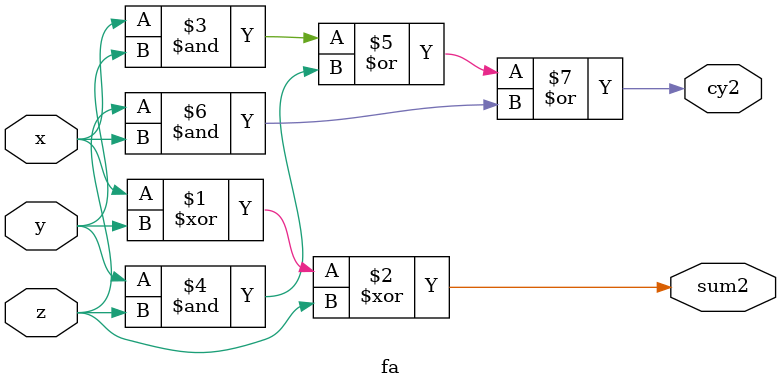
<source format=v>
module fa(input x,y,z,output sum2,cy2);
assign sum2=x^y^z;
assign cy2=(x&y) | (y&z) | (z&x);
endmodule

</source>
